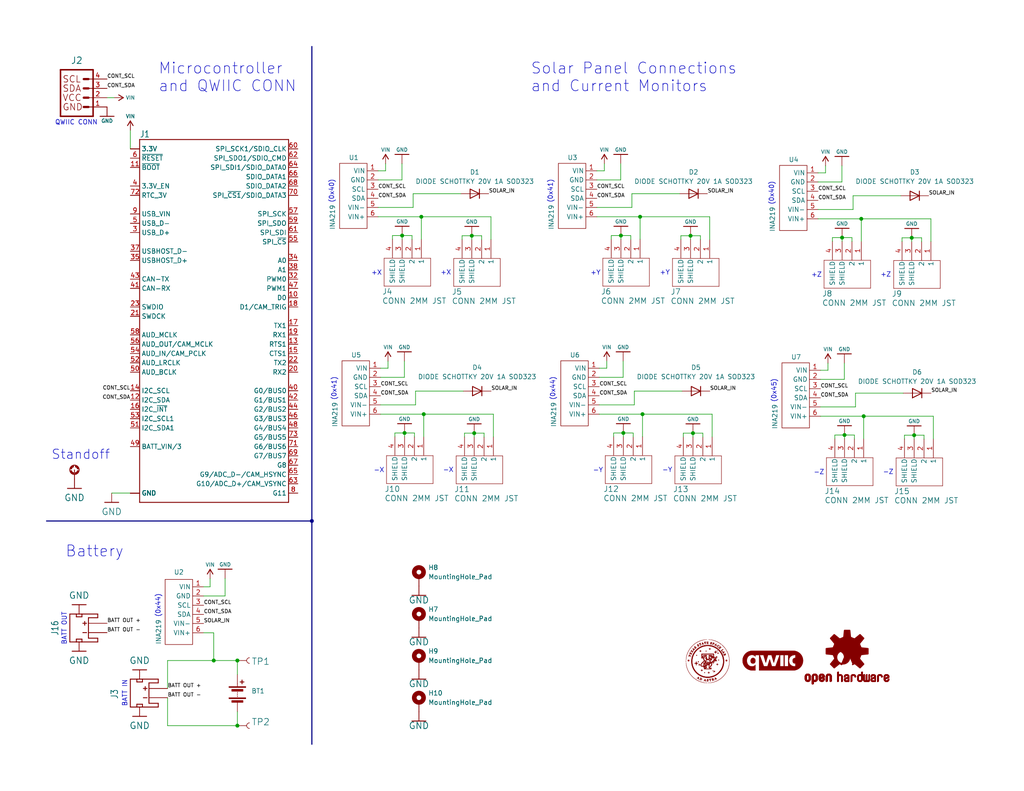
<source format=kicad_sch>
(kicad_sch (version 20250114) (generator "eeschema") (generator_version "9.0")
  (paper "USLetter")
  (title_block (title "MOSAIC Power Board") (date "2024-07-10") (rev "1.0") (company "Texas State Space Lab"))
  (lib_symbols
    (symbol "MOSAIC_Power_Board:GND" (power)
      (property "Value" "GND" (at 0 -0.254 0))
      (symbol "GND_1_0"
        (pin power_in line (at 0 2.54 270) (length 2.54) (name "GND") (number "1"))
      )
    )
    (symbol "MOSAIC_Power_Board:LOGO" (pin_names (offset 1.016)))
    (symbol "MOSAIC_Power_Board:OSHW-LOGOL")
    (symbol "MOSAIC_Power_Board:QWIIC_LOGO_8MM")
    (symbol "MOSAIC_Power_Board:VIN" (power)
      (property "Value" "VIN" (at 0 2.794 0))
      (symbol "VIN_1_0"
        (pin power_in line (at 0 0 90) (length 2.54) (name "VIN") (number "1"))
      )
    )
    (symbol "Mechanical:MountingHole_Pad" (pin_numbers (hide yes)) (pin_names (offset 1.016) (hide yes)) (in_bom no)
      (property "Reference" "H" (at 0 6.35 0))
      (property "Value" "MountingHole_Pad" (at 0 4.445 0))
      (symbol "MountingHole_Pad_1_1"
        (pin input line (at 0 -2.54 90) (length 2.54) (name "1") (number "1"))
      )
    )
    (symbol "main_board_symbols_V1.0:GND" (power)
      (property "Value" "GND" (at 0 -0.254 0))
      (symbol "GND_1_0"
        (pin power_in line (at 0 2.54 270) (length 2.54) (name "GND") (number "1"))
      )
    )
    (symbol "power_board_symbols_V1.0:B5817WS-TPMSTR-ND" (pin_numbers (hide yes)) (pin_names (hide yes))
      (property "Reference" "D" (at 0 2.54 0))
      (property "Value" "DIODE SCHOTTKY 20V 1A SOD323" (at 0 -10 0))
      (symbol "B5817WS-TPMSTR-ND_1_1"
        (pin passive line (at -3.81 0 0) (length 2.54) (name "K") (number "1"))
        (pin passive line (at 3.81 0 180) (length 2.54) (name "A") (number "2"))
      )
    )
    (symbol "power_board_symbols_V1.0:Battery" (pin_numbers (hide yes)) (pin_names (offset 0) (hide yes))
      (property "Reference" "BT" (at 2.54 2.54 0))
      (symbol "Battery_1_1"
        (pin passive line (at 0 5.08 270) (length 2.54) (name "+") (number "1"))
        (pin passive line (at 0 -5.08 90) (length 2.54) (name "-") (number "2"))
      )
    )
    (symbol "power_board_symbols_V1.0:CONN 2mm JST" (pin_names (offset 0.254))
      (property "Reference" "J4" (at 13.6144 -2.54 0))
      (property "Value" "CONN 2MM JST" (at 13.6144 -5.08 0))
      (symbol "CONN 2mm JST_1_1"
        (pin unspecified line (at -0.1016 0 0) (length 5.08) (name "1") (number "1"))
        (pin unspecified line (at -0.1016 -5.2324 0) (length 5.08) (name "SHIELD") (number "3"))
        (pin unspecified line (at -0.1016 -7.874 0) (length 5.08) (name "SHIELD") (number "4"))
        (pin unspecified line (at -0.0508 -2.54 0) (length 5.08) (name "2") (number "2"))
      )
      (symbol "CONN 2mm JST_1_2"
        (pin unspecified line (at 0 0 0) (length 5.08) (name "1") (number "1"))
        (pin unspecified line (at 0 -2.54 0) (length 5.08) (name "2") (number "2"))
        (pin unspecified line (at 0 -5.08 0) (length 5.08) (name "SHIELD") (number "3"))
        (pin unspecified line (at 0 -7.62 0) (length 5.08) (name "SHIELD") (number "4"))
      )
    )
    (symbol "power_board_symbols_V1.0:GND" (power)
      (property "Value" "GND" (at 0 -0.254 0))
      (symbol "GND_1_0"
        (pin power_in line (at 0 2.54 270) (length 2.54) (name "GND") (number "1"))
      )
    )
    (symbol "power_board_symbols_V1.0:INA219B_breakout_board"
      (property "Reference" "U1" (at 3.8608 1.5748 0))
      (property "Value" "~" (at -2.54 1.27 0))
      (symbol "INA219B_breakout_board_1_1"
        (pin input line (at 10.5156 -2.032 180) (length 3) (name "VIN") (number "1"))
        (pin passive line (at 10.5156 -4.5212 180) (length 3) (name "GND") (number "2"))
        (pin bidirectional line (at 10.5156 -7.0612 180) (length 3) (name "SCL") (number "3"))
        (pin bidirectional line (at 10.5156 -9.5504 180) (length 3) (name "SDA") (number "4"))
        (pin bidirectional line (at 10.5156 -12.0396 180) (length 3) (name "VIN-") (number "5"))
        (pin bidirectional line (at 10.5156 -14.5796 180) (length 3) (name "VIN+") (number "6"))
      )
    )
    (symbol "power_board_symbols_V1.0:JST_2MM_MALE"
      (property "Reference" "J" (at -2.54 5.842 0))
      (symbol "JST_2MM_MALE_1_0"
        (pin bidirectional line (at -2.54 2.54 90) (length 0) (name "PAD1") (number "NC1"))
        (pin bidirectional line (at 0 -5.08 90) (length 5.08) (name "-") (number "1"))
        (pin bidirectional line (at 2.54 -5.08 90) (length 5.08) (name "+") (number "2"))
        (pin bidirectional line (at 5.08 2.54 90) (length 0) (name "PAD2") (number "NC2"))
      )
    )
    (symbol "power_board_symbols_V1.0:MICROMOD-2222-C"
      (symbol "MICROMOD-2222-C_1_0"
        (pin bidirectional line (at -22.86 50.8 0) (length 2.54) (name "3.3V") (number "2"))
        (pin bidirectional line (at -22.86 50.8 0) (length 2.54) (name "3.3V") (number "74"))
        (pin bidirectional line (at -22.86 48.26 0) (length 2.54) (name "~{RESET}") (number "6"))
        (pin bidirectional line (at -22.86 45.72 0) (length 2.54) (name "~{BOOT}") (number "11"))
        (pin bidirectional line (at -22.86 40.64 0) (length 2.54) (name "3.3V_EN") (number "4"))
        (pin bidirectional line (at -22.86 38.1 0) (length 2.54) (name "RTC_3V") (number "72"))
        (pin bidirectional line (at -22.86 33.02 0) (length 2.54) (name "USB_VIN") (number "9"))
        (pin bidirectional line (at -22.86 30.48 0) (length 2.54) (name "USB_D-") (number "5"))
        (pin bidirectional line (at -22.86 27.94 0) (length 2.54) (name "USB_D+") (number "3"))
        (pin bidirectional line (at -22.86 22.86 0) (length 2.54) (name "USBHOST_D-") (number "37"))
        (pin bidirectional line (at -22.86 20.32 0) (length 2.54) (name "USBHOST_D+") (number "35"))
        (pin bidirectional line (at -22.86 15.24 0) (length 2.54) (name "CAN-TX") (number "43"))
        (pin bidirectional line (at -22.86 12.7 0) (length 2.54) (name "CAN-RX") (number "41"))
        (pin bidirectional line (at -22.86 7.62 0) (length 2.54) (name "SWDIO") (number "23"))
        (pin bidirectional line (at -22.86 5.08 0) (length 2.54) (name "SWDCK") (number "21"))
        (pin bidirectional line (at -22.86 0 0) (length 2.54) (name "AUD_MCLK") (number "58"))
        (pin bidirectional line (at -22.86 -2.54 0) (length 2.54) (name "AUD_OUT/CAM_MCLK") (number "56"))
        (pin bidirectional line (at -22.86 -5.08 0) (length 2.54) (name "AUD_IN/CAM_PCLK") (number "54"))
        (pin bidirectional line (at -22.86 -7.62 0) (length 2.54) (name "AUD_LRCLK") (number "52"))
        (pin bidirectional line (at -22.86 -10.16 0) (length 2.54) (name "AUD_BCLK") (number "50"))
        (pin bidirectional line (at -22.86 -15.24 0) (length 2.54) (name "I2C_SCL") (number "14"))
        (pin bidirectional line (at -22.86 -17.78 0) (length 2.54) (name "I2C_SDA") (number "12"))
        (pin bidirectional line (at -22.86 -20.32 0) (length 2.54) (name "I2C_~{INT}") (number "16"))
        (pin bidirectional line (at -22.86 -22.86 0) (length 2.54) (name "I2C_SCL1") (number "53"))
        (pin bidirectional line (at -22.86 -25.4 0) (length 2.54) (name "I2C_SDA1") (number "51"))
        (pin bidirectional line (at -22.86 -30.48 0) (length 2.54) (name "BATT_VIN/3") (number "49"))
        (pin bidirectional line (at -22.86 -43.18 0) (length 2.54) (name "GND") (number "1"))
        (pin bidirectional line (at -22.86 -43.18 0) (length 2.54) (name "GND") (number "33"))
        (pin bidirectional line (at -22.86 -43.18 0) (length 2.54) (name "GND") (number "36"))
        (pin bidirectional line (at -22.86 -43.18 0) (length 2.54) (name "GND") (number "39"))
        (pin bidirectional line (at -22.86 -43.18 0) (length 2.54) (name "GND") (number "45"))
        (pin bidirectional line (at -22.86 -43.18 0) (length 2.54) (name "GND") (number "7"))
        (pin bidirectional line (at -22.86 -43.18 0) (length 2.54) (name "GND") (number "75"))
        (pin bidirectional line (at 22.86 50.8 180) (length 2.54) (name "SPI_SCK1/SDIO_CLK") (number "60"))
        (pin bidirectional line (at 22.86 48.26 180) (length 2.54) (name "SPI_SDO1/SDIO_CMD") (number "62"))
        (pin bidirectional line (at 22.86 45.72 180) (length 2.54) (name "SPI_SDI1/SDIO_DATA0") (number "64"))
        (pin bidirectional line (at 22.86 43.18 180) (length 2.54) (name "SDIO_DATA1") (number "66"))
        (pin bidirectional line (at 22.86 40.64 180) (length 2.54) (name "SDIO_DATA2") (number "68"))
        (pin bidirectional line (at 22.86 38.1 180) (length 2.54) (name "SPI_~{CS1}/SDIO_DATA3") (number "70"))
        (pin bidirectional line (at 22.86 33.02 180) (length 2.54) (name "SPI_SCK") (number "57"))
        (pin bidirectional line (at 22.86 30.48 180) (length 2.54) (name "SPI_SDO") (number "59"))
        (pin bidirectional line (at 22.86 27.94 180) (length 2.54) (name "SPI_SDI") (number "61"))
        (pin bidirectional line (at 22.86 25.4 180) (length 2.54) (name "SPI_~{CS}") (number "55"))
        (pin bidirectional line (at 22.86 20.32 180) (length 2.54) (name "A0") (number "34"))
        (pin bidirectional line (at 22.86 17.78 180) (length 2.54) (name "A1") (number "38"))
        (pin bidirectional line (at 22.86 15.24 180) (length 2.54) (name "PWM0") (number "32"))
        (pin bidirectional line (at 22.86 12.7 180) (length 2.54) (name "PWM1") (number "47"))
        (pin bidirectional line (at 22.86 10.16 180) (length 2.54) (name "D0") (number "10"))
        (pin bidirectional line (at 22.86 7.62 180) (length 2.54) (name "D1/CAM_TRIG") (number "18"))
        (pin bidirectional line (at 22.86 2.54 180) (length 2.54) (name "TX1") (number "17"))
        (pin bidirectional line (at 22.86 0 180) (length 2.54) (name "RX1") (number "19"))
        (pin bidirectional line (at 22.86 -2.54 180) (length 2.54) (name "RTS1") (number "13"))
        (pin bidirectional line (at 22.86 -5.08 180) (length 2.54) (name "CTS1") (number "15"))
        (pin bidirectional line (at 22.86 -7.62 180) (length 2.54) (name "TX2") (number "22"))
        (pin bidirectional line (at 22.86 -10.16 180) (length 2.54) (name "RX2") (number "20"))
        (pin bidirectional line (at 22.86 -15.24 180) (length 2.54) (name "G0/BUS0") (number "40"))
        (pin bidirectional line (at 22.86 -17.78 180) (length 2.54) (name "G1/BUS1") (number "42"))
        (pin bidirectional line (at 22.86 -20.32 180) (length 2.54) (name "G2/BUS2") (number "44"))
        (pin bidirectional line (at 22.86 -22.86 180) (length 2.54) (name "G3/BUS3") (number "46"))
        (pin bidirectional line (at 22.86 -25.4 180) (length 2.54) (name "G4/BUS4") (number "48"))
        (pin bidirectional line (at 22.86 -27.94 180) (length 2.54) (name "G5/BUS5") (number "73"))
        (pin bidirectional line (at 22.86 -30.48 180) (length 2.54) (name "G6/BUS6") (number "71"))
        (pin bidirectional line (at 22.86 -33.02 180) (length 2.54) (name "G7/BUS7") (number "69"))
        (pin bidirectional line (at 22.86 -35.56 180) (length 2.54) (name "G8") (number "67"))
        (pin bidirectional line (at 22.86 -38.1 180) (length 2.54) (name "G9/ADC_D-/CAM_HSYNC") (number "65"))
        (pin bidirectional line (at 22.86 -40.64 180) (length 2.54) (name "G10/ADC_D+/CAM_VSYNC") (number "63"))
        (pin bidirectional line (at 22.86 -43.18 180) (length 2.54) (name "G11") (number "8"))
      )
    )
    (symbol "power_board_symbols_V1.0:QWIIC_CONNECTOR"
      (property "Reference" "J" (at -5.08 7.874 0))
      (symbol "QWIIC_CONNECTOR_1_0"
        (text "SCL" (at -4.572 5.08 0) (effects (font (size 1.778 1.778)) (justify left)))
        (text "SDA" (at -4.572 2.54 0) (effects (font (size 1.778 1.778)) (justify left)))
        (text "VCC" (at -4.572 0 0) (effects (font (size 1.778 1.778)) (justify left)))
        (text "GND" (at -4.572 -2.54 0) (effects (font (size 1.778 1.778)) (justify left)))
        (pin passive line (at 7.62 5.08 180) (length 5.08) (name "4") (number "4"))
        (pin passive line (at 7.62 2.54 180) (length 5.08) (name "3") (number "3"))
        (pin power_in line (at 7.62 0 180) (length 5.08) (name "2") (number "2"))
        (pin power_in line (at 7.62 -2.54 180) (length 5.08) (name "1") (number "1"))
      )
    )
    (symbol "power_board_symbols_V1.0:STAND-OFF-REFLOW-M2.5_2.5MM_TALL"
      (symbol "STAND-OFF-REFLOW-M2.5_2.5MM_TALL_1_0"
        (pin bidirectional line (at 0 -2.54 90) (length 2.54) (name "1") (number "1"))
      )
    )
    (symbol "power_board_symbols_V1.0:TEST-POINT3X5"
      (symbol "TEST-POINT3X5_1_0"
        (pin bidirectional line (at 0 0 180) (length 0) (name "1") (number "1"))
      )
    )
  )
  (text "-X" (at 123.7996 129.1844 0) (effects (font (size 1.27 1.27)) (justify right bottom)))
  (text "(0x41)" (at 91.8972 109.474 90) (effects (font (size 1.27 1.27)) (justify left bottom)))
  (text "+X" (at 123.1392 75.2856 0) (effects (font (size 1.27 1.27)) (justify right bottom)))
  (text "+Y" (at 182.8292 75.2856 0) (effects (font (size 1.27 1.27)) (justify right bottom)))
  (text "-X" (at 104.902 129.2352 0) (effects (font (size 1.27 1.27)) (justify right bottom)))
  (text "(0x44)" (at 151.5872 109.474 90) (effects (font (size 1.27 1.27)) (justify left bottom)))
  (text "QWIIC CONN" (at 26.67 34.29 0) (effects (font (size 1.27 1.27)) (justify right bottom)))
  (text "-Y" (at 164.592 129.2352 0) (effects (font (size 1.27 1.27)) (justify right bottom)))
  (text "(0x40)" (at 91.2368 55.5752 90) (effects (font (size 1.27 1.27)) (justify left bottom)))
  (text "+Y" (at 163.9316 75.3364 0) (effects (font (size 1.27 1.27)) (justify right bottom)))
  (text "-Z" (at 224.9424 129.794 0) (effects (font (size 1.27 1.27)) (justify right bottom)))
  (text "Microcontroller\nand QWIIC CONN" (at 43.18 25.4 0) (effects (font (size 3 3)) (justify left bottom)))
  (text "-Y" (at 183.4896 129.1844 0) (effects (font (size 1.27 1.27)) (justify right bottom)))
  (text "Solar Panel Connections\nand Current Monitors" (at 144.78 25.4 0) (effects (font (size 3 3)) (justify left bottom)))
  (text "+Z" (at 243.1796 75.8444 0) (effects (font (size 1.27 1.27)) (justify right bottom)))
  (text "-Z" (at 243.84 129.7432 0) (effects (font (size 1.27 1.27)) (justify right bottom)))
  (text "+X" (at 104.2416 75.3364 0) (effects (font (size 1.27 1.27)) (justify right bottom)))
  (text "(0x45)" (at 211.9376 110.0328 90) (effects (font (size 1.27 1.27)) (justify left bottom)))
  (text "(0x41)" (at 150.9268 55.5752 90) (effects (font (size 1.27 1.27)) (justify left bottom)))
  (text "(0x40)" (at 211.2772 56.134 90) (effects (font (size 1.27 1.27)) (justify left bottom)))
  (text "Battery" (at 17.78 152.4 0) (effects (font (size 3 3)) (justify left bottom)))
  (text "BATT OUT" (at 18.288 167.132 90) (effects (font (size 1.27 1.27)) (justify right bottom)))
  (text "(0x44)" (at 43.8912 168.7068 90) (effects (font (size 1.27 1.27)) (justify left bottom)))
  (text "BATT IN" (at 34.798 185.674 90) (effects (font (size 1.27 1.27)) (justify right bottom)))
  (text "+Z" (at 224.282 75.8952 0) (effects (font (size 1.27 1.27)) (justify right bottom)))
  (text "Standoff" (at 13.97 125.73 0) (effects (font (size 2.54 2.54)) (justify left bottom)))
  (junction (at 229.7684 64.8716))
  (junction (at 248.7676 64.9224))
  (junction (at 249.428 118.8212))
  (junction (at 188.4172 64.3636))
  (junction (at 129.3876 118.2624))
  (junction (at 189.0776 118.2624))
  (junction (at 174.6504 59.182))
  (junction (at 115.6208 113.0808))
  (junction (at 230.4288 118.7704))
  (junction (at 64.77 180.34))
  (junction (at 114.9604 59.182))
  (junction (at 235.0008 59.7408))
  (junction (at 170.0784 118.2116))
  (junction (at 175.3108 113.0808))
  (junction (at 235.6612 113.6396))
  (junction (at 110.3884 118.2116))
  (junction (at 85.09 142.24))
  (junction (at 169.418 64.3128))
  (junction (at 58.3184 180.34))
  (junction (at 109.728 64.3128))
  (junction (at 128.7272 64.3636))
  (junction (at 64.77 198.12))
  (wire (pts (xy 105.2068 44.704) (xy 105.2068 46.6344)))
  (wire (pts (xy 235.6612 113.6396) (xy 254.6604 113.6396)))
  (wire (pts (xy 189.0776 118.2624) (xy 189.0776 119.2784)))
  (wire (pts (xy 254.6604 113.6396) (xy 254.6604 119.8372)))
  (wire (pts (xy 169.418 64.3128) (xy 169.418 65.3288)))
  (wire (pts (xy 133.9596 59.182) (xy 133.9596 65.3796)))
  (wire (pts (xy 186.436 118.2624) (xy 189.0776 118.2624)))
  (wire (pts (xy 45.72 180.34) (xy 58.3184 180.34)))
  (wire (pts (xy 103.1748 46.6344) (xy 105.2068 46.6344)))
  (wire (pts (xy 172.4152 52.8828) (xy 185.42 52.8828)))
  (wire (pts (xy 175.3108 113.0808) (xy 194.31 113.0808)))
  (wire (pts (xy 191.1096 64.3636) (xy 191.1096 65.4304)))
  (wire (pts (xy 30.48 134.62) (xy 35.56 134.62)))
  (wire (pts (xy 115.6208 113.0808) (xy 134.62 113.0808)))
  (wire (pts (xy 227.7872 119.7864) (xy 227.7872 118.7704)))
  (wire (pts (xy 232.7656 53.4416) (xy 245.7704 53.4416)))
  (wire (pts (xy 173.0756 106.7816) (xy 186.0804 106.7816)))
  (wire (pts (xy 112.7252 56.642) (xy 112.7252 52.8828)))
  (wire (pts (xy 189.0776 118.2624) (xy 191.77 118.2624)))
  (wire (pts (xy 194.31 113.0808) (xy 194.31 119.2784)))
  (wire (pts (xy 230.378 99.1616) (xy 230.378 103.5812)))
  (wire (pts (xy 223.2152 57.2008) (xy 232.7656 57.2008)))
  (wire (pts (xy 188.4172 64.3636) (xy 188.4172 65.3796)))
  (wire (pts (xy 163.5252 110.5408) (xy 173.0756 110.5408)))
  (wire (pts (xy 170.0276 103.0224) (xy 163.5252 103.0224)))
  (wire (pts (xy 252.1204 118.8212) (xy 252.1204 119.888)))
  (wire (pts (xy 107.7468 118.2116) (xy 110.3884 118.2116)))
  (wire (pts (xy 110.3376 98.6028) (xy 110.3376 103.0224)))
  (wire (pts (xy 188.4172 64.3636) (xy 191.1096 64.3636)))
  (wire (pts (xy 232.7656 57.2008) (xy 232.7656 53.4416)))
  (wire (pts (xy 248.7676 64.9224) (xy 251.46 64.9224)))
  (wire (pts (xy 112.4204 64.3128) (xy 112.4204 65.3796)))
  (wire (pts (xy 225.2472 45.2628) (xy 225.2472 47.1932)))
  (wire (pts (xy 191.77 118.2624) (xy 191.77 119.3292)))
  (wire (pts (xy 45.72 187.96) (xy 45.72 180.34)))
  (wire (pts (xy 169.3672 44.704) (xy 169.3672 49.1236)))
  (wire (pts (xy 170.0784 118.2116) (xy 172.7708 118.2116)))
  (wire (pts (xy 126.0856 64.3636) (xy 128.7272 64.3636)))
  (wire (pts (xy 246.7864 119.8372) (xy 246.7864 118.8212)))
  (wire (pts (xy 109.728 64.3128) (xy 109.728 65.3288)))
  (wire (pts (xy 235.0008 59.7408) (xy 254 59.7408)))
  (wire (pts (xy 113.0808 118.2116) (xy 113.0808 119.2784)))
  (wire (pts (xy 229.7176 49.6824) (xy 223.2152 49.6824)))
  (wire (pts (xy 126.746 119.2784) (xy 126.746 118.2624)))
  (wire (pts (xy 112.7252 52.8828) (xy 125.73 52.8828)))
  (wire (pts (xy 172.4152 56.642) (xy 172.4152 52.8828)))
  (wire (pts (xy 132.08 118.2624) (xy 132.08 119.3292)))
  (wire (pts (xy 113.3856 110.5408) (xy 113.3856 106.7816)))
  (wire (pts (xy 128.7272 64.3636) (xy 131.4196 64.3636)))
  (wire (pts (xy 61.4172 157.9372) (xy 61.4172 162.7124)))
  (wire (pts (xy 109.6772 49.1236) (xy 103.1748 49.1236)))
  (wire (pts (xy 223.8756 111.0996) (xy 233.426 111.0996)))
  (wire (pts (xy 131.4196 64.3636) (xy 131.4196 65.4304)))
  (wire (pts (xy 103.1748 59.182) (xy 114.9604 59.182)))
  (wire (pts (xy 229.7684 64.8716) (xy 229.7684 65.8876)))
  (wire (pts (xy 57.3259 160.2232) (xy 57.3259 157.988)))
  (wire (pts (xy 64.77 194.31) (xy 64.77 198.12)))
  (wire (pts (xy 164.8968 44.704) (xy 164.8968 46.6344)))
  (wire (pts (xy 251.46 64.9224) (xy 251.46 65.9892)))
  (wire (pts (xy 126.0856 65.3796) (xy 126.0856 64.3636)))
  (wire (pts (xy 173.0756 110.5408) (xy 173.0756 106.7816)))
  (wire (pts (xy 167.4368 118.2116) (xy 170.0784 118.2116)))
  (wire (pts (xy 174.6504 59.182) (xy 174.6504 65.3288)))
  (wire (pts (xy 227.7872 118.7704) (xy 230.4288 118.7704)))
  (wire (pts (xy 107.7468 119.2276) (xy 107.7468 118.2116)))
  (wire (pts (xy 55.5752 160.2232) (xy 57.3259 160.2232)))
  (wire (pts (xy 103.8352 100.5332) (xy 105.8672 100.5332)))
  (wire (pts (xy 170.0784 118.2116) (xy 170.0784 119.2276)))
  (wire (pts (xy 186.436 119.2784) (xy 186.436 118.2624)))
  (wire (pts (xy 58.3184 180.34) (xy 64.77 180.34)))
  (wire (pts (xy 246.7864 118.8212) (xy 249.428 118.8212)))
  (wire (pts (xy 166.7764 64.3128) (xy 169.418 64.3128)))
  (wire (pts (xy 223.2152 59.7408) (xy 235.0008 59.7408)))
  (wire (pts (xy 246.126 64.9224) (xy 248.7676 64.9224)))
  (wire (pts (xy 128.7272 64.3636) (xy 128.7272 65.3796)))
  (wire (pts (xy 29.21 26.67) (xy 31.115 26.67)))
  (wire (pts (xy 169.3672 49.1236) (xy 162.8648 49.1236)))
  (bus (pts (xy 85.09 12.7) (xy 85.09 142.24)))
  (wire (pts (xy 107.0864 65.3288) (xy 107.0864 64.3128)))
  (wire (pts (xy 248.7676 64.9224) (xy 248.7676 65.9384)))
  (wire (pts (xy 254 59.7408) (xy 254 65.9384)))
  (wire (pts (xy 109.728 64.3128) (xy 112.4204 64.3128)))
  (bus (pts (xy 85.09 142.24) (xy 85.09 203.2)))
  (wire (pts (xy 246.126 65.9384) (xy 246.126 64.9224)))
  (wire (pts (xy 232.4608 64.8716) (xy 232.4608 65.9384)))
  (wire (pts (xy 165.5572 98.6028) (xy 165.5572 100.5332)))
  (wire (pts (xy 163.5252 100.5332) (xy 165.5572 100.5332)))
  (wire (pts (xy 249.428 118.8212) (xy 249.428 119.8372)))
  (wire (pts (xy 162.8648 56.642) (xy 172.4152 56.642)))
  (wire (pts (xy 163.5252 113.0808) (xy 175.3108 113.0808)))
  (wire (pts (xy 233.1212 118.7704) (xy 233.1212 119.8372)))
  (wire (pts (xy 162.8648 46.6344) (xy 164.8968 46.6344)))
  (wire (pts (xy 223.8756 113.6396) (xy 235.6612 113.6396)))
  (wire (pts (xy 109.6772 44.704) (xy 109.6772 49.1236)))
  (wire (pts (xy 58.3184 172.7708) (xy 58.3184 180.34)))
  (wire (pts (xy 45.72 190.5) (xy 45.72 198.12)))
  (wire (pts (xy 227.1268 64.8716) (xy 229.7684 64.8716)))
  (wire (pts (xy 113.3856 106.7816) (xy 126.3904 106.7816)))
  (wire (pts (xy 103.8352 113.0808) (xy 115.6208 113.0808)))
  (wire (pts (xy 115.6208 113.0808) (xy 115.6208 119.2276)))
  (bus (pts (xy 12.7 142.24) (xy 85.09 142.24)))
  (wire (pts (xy 45.72 198.12) (xy 64.77 198.12)))
  (wire (pts (xy 114.9604 59.182) (xy 133.9596 59.182)))
  (wire (pts (xy 134.62 113.0808) (xy 134.62 119.2784)))
  (wire (pts (xy 103.1748 56.642) (xy 112.7252 56.642)))
  (wire (pts (xy 249.428 118.8212) (xy 252.1204 118.8212)))
  (wire (pts (xy 61.4172 162.7124) (xy 55.5752 162.7124)))
  (wire (pts (xy 230.4288 118.7704) (xy 233.1212 118.7704)))
  (wire (pts (xy 229.7176 45.2628) (xy 229.7176 49.6824)))
  (wire (pts (xy 64.77 180.34) (xy 64.77 184.15)))
  (wire (pts (xy 229.7684 64.8716) (xy 232.4608 64.8716)))
  (wire (pts (xy 169.418 64.3128) (xy 172.1104 64.3128)))
  (wire (pts (xy 103.8352 110.5408) (xy 113.3856 110.5408)))
  (wire (pts (xy 162.8648 59.182) (xy 174.6504 59.182)))
  (wire (pts (xy 193.6496 59.182) (xy 193.6496 65.3796)))
  (wire (pts (xy 235.6612 113.6396) (xy 235.6612 119.7864)))
  (wire (pts (xy 172.7708 118.2116) (xy 172.7708 119.2784)))
  (wire (pts (xy 230.4288 118.7704) (xy 230.4288 119.7864)))
  (wire (pts (xy 223.2152 47.1932) (xy 225.2472 47.1932)))
  (wire (pts (xy 105.8672 98.6028) (xy 105.8672 100.5332)))
  (wire (pts (xy 233.426 111.0996) (xy 233.426 107.3404)))
  (wire (pts (xy 230.378 103.5812) (xy 223.8756 103.5812)))
  (wire (pts (xy 235.0008 59.7408) (xy 235.0008 65.8876)))
  (wire (pts (xy 55.5752 172.7708) (xy 58.3184 172.7708)))
  (wire (pts (xy 185.7756 65.3796) (xy 185.7756 64.3636)))
  (wire (pts (xy 170.0276 98.6028) (xy 170.0276 103.0224)))
  (wire (pts (xy 233.426 107.3404) (xy 246.4308 107.3404)))
  (wire (pts (xy 166.7764 65.3288) (xy 166.7764 64.3128)))
  (wire (pts (xy 174.6504 59.182) (xy 193.6496 59.182)))
  (wire (pts (xy 175.3108 113.0808) (xy 175.3108 119.2276)))
  (wire (pts (xy 185.7756 64.3636) (xy 188.4172 64.3636)))
  (wire (pts (xy 223.8756 101.092) (xy 225.9076 101.092)))
  (wire (pts (xy 129.3876 118.2624) (xy 129.3876 119.2784)))
  (wire (pts (xy 225.9076 99.1616) (xy 225.9076 101.092)))
  (wire (pts (xy 129.3876 118.2624) (xy 132.08 118.2624)))
  (wire (pts (xy 172.1104 64.3128) (xy 172.1104 65.3796)))
  (wire (pts (xy 107.0864 64.3128) (xy 109.728 64.3128)))
  (wire (pts (xy 227.1268 65.8876) (xy 227.1268 64.8716)))
  (wire (pts (xy 35.56 35.56) (xy 35.56 40.64)))
  (wire (pts (xy 110.3376 103.0224) (xy 103.8352 103.0224)))
  (wire (pts (xy 167.4368 119.2276) (xy 167.4368 118.2116)))
  (wire (pts (xy 126.746 118.2624) (xy 129.3876 118.2624)))
  (wire (pts (xy 110.3884 118.2116) (xy 113.0808 118.2116)))
  (wire (pts (xy 114.9604 59.182) (xy 114.9604 65.3288)))
  (wire (pts (xy 110.3884 118.2116) (xy 110.3884 119.2276)))
  (label "SOLAR_IN" (at 133.35 52.8828 0) (effects (font (size 1 1))))
  (label "CONT_SDA" (at 103.8352 108.0516 0) (effects (font (size 1 1))))
  (label "CONT_SDA" (at 55.5752 167.7416 0) (effects (font (size 1 1))))
  (label "BATT OUT +" (at 45.72 187.96 0) (effects (font (size 1 1))))
  (label "CONT_SDA" (at 103.1748 54.1528 0) (effects (font (size 1 1))))
  (label "CONT_SDA" (at 223.8756 108.6104 0) (effects (font (size 1 1))))
  (label "CONT_SDA" (at 223.2152 54.7116 0) (effects (font (size 1 1))))
  (label "CONT_SCL" (at 35.56 106.68 180) (effects (font (size 1 1))))
  (label "CONT_SCL" (at 223.8756 106.1212 0) (effects (font (size 1 1))))
  (label "CONT_SCL" (at 29.21 21.59 0) (effects (font (size 1 1))))
  (label "CONT_SDA" (at 163.5252 108.0516 0) (effects (font (size 1 1))))
  (label "CONT_SCL" (at 55.5752 165.2524 0) (effects (font (size 1 1))))
  (label "CONT_SCL" (at 163.5252 105.5624 0) (effects (font (size 1 1))))
  (label "BATT OUT +" (at 29.21 170.18 0) (effects (font (size 1 1))))
  (label "BATT OUT -" (at 45.72 190.5 0) (effects (font (size 1 1))))
  (label "SOLAR_IN" (at 193.04 52.8828 0) (effects (font (size 1 1))))
  (label "CONT_SDA" (at 35.56 109.22 180) (effects (font (size 1 1))))
  (label "SOLAR_IN" (at 193.7004 106.7816 0) (effects (font (size 1 1))))
  (label "CONT_SCL" (at 223.2152 52.2224 0) (effects (font (size 1 1))))
  (label "BATT OUT -" (at 29.21 172.72 0) (effects (font (size 1 1))))
  (label "CONT_SCL" (at 162.8648 51.6636 0) (effects (font (size 1 1))))
  (label "CONT_SCL" (at 103.8352 105.5624 0) (effects (font (size 1 1))))
  (label "CONT_SDA" (at 162.8648 54.1528 0) (effects (font (size 1 1))))
  (label "SOLAR_IN" (at 55.5752 170.2308 0) (effects (font (size 1 1))))
  (label "SOLAR_IN" (at 134.0104 106.7816 0) (effects (font (size 1 1))))
  (label "SOLAR_IN" (at 253.3904 53.4416 0) (effects (font (size 1 1))))
  (label "SOLAR_IN" (at 254.0508 107.3404 0) (effects (font (size 1 1))))
  (label "CONT_SCL" (at 103.1748 51.6636 0) (effects (font (size 1 1))))
  (label "CONT_SDA" (at 29.21 24.13 0) (effects (font (size 1 1))))
  (symbol (lib_id "MOSAIC_Power_Board:QWIIC_LOGO_8MM") (at 210.82 180.34 0) (unit 1)
    (property "Reference" "LOGO2" (effects (hide yes)))
    (property "Footprint" "SparkFun_Main_Board_Double_v22:QWIIC_8MM" (effects (hide yes)))
  )
  (symbol (lib_id "power_board_symbols_V1.0:B5817WS-TPMSTR-ND") (at 189.8904 106.7816 180) (unit 1)
    (property "Reference" "D5" (at 189.8904 100.33 0))
    (property "Value" "DIODE SCHOTTKY 20V 1A SOD323" (at 189.8904 102.87 0))
    (property "Footprint" "Diode_SMD:D_SOD-323" (effects (hide yes)))
    (property "Datasheet" "https://jlcpcb.com/api/file/downloadByFileSystemAccessId/8588906703600930816" (effects (hide yes)))
    (property "Description" "https://jlcpcb.com/partdetail/433228-B5817WSTP/C435857" (effects (hide yes)))
    (property "JLCPCB Part #" "C435857" (effects (hide yes)))
  )
  (symbol (lib_id "power_board_symbols_V1.0:CONN 2mm JST") (at 114.9604 65.4304 270) (unit 1)
    (property "Reference" "J4" (at 104.2416 79.6036 90) (effects (font (size 1.524 1.524)) (justify left)))
    (property "Value" "CONN 2MM JST" (at 104.2416 82.1436 90) (effects (font (size 1.524 1.524)) (justify left)))
    (property "Footprint" "power_board_footprints_V1.0:CONN_S2B-PH-SM4-TB_JST" (effects (hide yes)))
    (property "Datasheet" "https://jlcpcb.com/api/file/downloadByFileSystemAccessId/8587740317575483392" (effects (hide yes)))
    (property "Description" "https://jlcpcb.com/partdetail/Jst-S2B_PH_SM4_TB_LF_SN/C295747" (effects (hide yes)))
    (property "JLCPCB Part #" "C295747" (effects (hide yes)))
  )
  (symbol (lib_id "power_board_symbols_V1.0:QWIIC_CONNECTOR") (at 21.59 26.67 0) (unit 1)
    (property "Reference" "J2" (at 20.955 16.51 0) (effects (font (size 1.778 1.778))))
    (property "Value" "CONN_QWIIC" (effects (hide yes)))
    (property "Footprint" "power_board_footprints_V1.0:JST04_1MM_RA" (effects (hide yes)))
    (property "Datasheet" "https://jlcpcb.com/api/file/downloadByFileSystemAccessId/8588895674171052032" (effects (hide yes)))
    (property "Description" "https://jlcpcb.com/partdetail/C145956" (effects (hide yes)))
    (property "JLCPCB Part #" "C145956" (effects (hide yes)))
  )
  (symbol (lib_id "power_board_symbols_V1.0:B5817WS-TPMSTR-ND") (at 130.2004 106.7816 180) (unit 1)
    (property "Reference" "D4" (at 130.2004 100.33 0))
    (property "Value" "DIODE SCHOTTKY 20V 1A SOD323" (at 130.2004 102.87 0))
    (property "Footprint" "Diode_SMD:D_SOD-323" (effects (hide yes)))
    (property "Datasheet" "https://jlcpcb.com/api/file/downloadByFileSystemAccessId/8588906703600930816" (effects (hide yes)))
    (property "Description" "https://jlcpcb.com/partdetail/433228-B5817WSTP/C435857" (effects (hide yes)))
    (property "JLCPCB Part #" "C435857" (effects (hide yes)))
  )
  (symbol (lib_id "power_board_symbols_V1.0:JST_2MM_MALE") (at 24.13 172.72 90) (unit 1)
    (property "Reference" "J16" (at 14.986 171.45 0) (effects (font (size 1.778 1.5113))))
    (property "Value" "CONN_JST_BATT" (effects (hide yes)))
    (property "Footprint" "power_board_footprints_V1.0:JST-2-SMD" (effects (hide yes)))
    (property "Datasheet" "https://www.sparkfun.com/datasheets/Prototyping/Connectors/JST-Horizontal.pdf" (effects (hide yes)))
    (property "Source" "https://www.mouser.com/ProductDetail/485-1769" (effects (hide yes)))
  )
  (symbol (lib_id "MOSAIC_Power_Board:VIN") (at 105.8672 98.6028 0) (unit 1)
    (property "Reference" "#SUPPLY07" (effects (hide yes)))
    (property "Value" "VIN" (at 104.5972 94.7928 0) (effects (font (size 1 1)) (justify left)))
  )
  (symbol (lib_id "power_board_symbols_V1.0:B5817WS-TPMSTR-ND") (at 250.2408 107.3404 180) (unit 1)
    (property "Reference" "D6" (at 250.2408 101.6 0))
    (property "Value" "DIODE SCHOTTKY 20V 1A SOD323" (at 250.2408 104.14 0))
    (property "Footprint" "Diode_SMD:D_SOD-323" (effects (hide yes)))
    (property "Datasheet" "https://jlcpcb.com/api/file/downloadByFileSystemAccessId/8588906703600930816" (effects (hide yes)))
    (property "Description" "https://jlcpcb.com/partdetail/433228-B5817WSTP/C435857" (effects (hide yes)))
    (property "JLCPCB Part #" "C435857" (effects (hide yes)))
  )
  (symbol (lib_id "power_board_symbols_V1.0:INA219B_breakout_board") (at 45.0596 158.1912 0) (unit 1)
    (property "Reference" "U2" (at 48.8096 156.21 0))
    (property "Value" "INA219" (at 43.2816 172.5168 90))
    (property "Footprint" "power_board_footprints_V1.0:INA219 Breakout" (effects (hide yes)))
    (property "Datasheet" "https://learn.adafruit.com/adafruit-ina219-current-sensor-breakout/downloads" (effects (hide yes)))
    (property "Source" "https://www.digikey.com/en/products/detail/adafruit-industries-llc/904/5353628" (effects (hide yes)))
  )
  (symbol (lib_id "MOSAIC_Power_Board:VIN") (at 165.5572 98.6028 0) (unit 1)
    (property "Reference" "#SUPPLY08" (effects (hide yes)))
    (property "Value" "VIN" (at 164.2872 94.7928 0) (effects (font (size 1 1)) (justify left)))
  )
  (symbol (lib_id "power_board_symbols_V1.0:INA219B_breakout_board") (at 92.6592 44.6024 0) (unit 1)
    (property "Reference" "U1" (at 96.52 43.0276 0))
    (property "Value" "INA219" (at 90.7288 59.2836 90))
    (property "Footprint" "power_board_footprints_V1.0:INA219 Breakout" (effects (hide yes)))
    (property "Datasheet" "https://learn.adafruit.com/adafruit-ina219-current-sensor-breakout/downloads" (effects (hide yes)))
    (property "Source" "https://www.digikey.com/en/products/detail/adafruit-industries-llc/904/5353628" (effects (hide yes)))
  )
  (symbol (lib_id "power_board_symbols_V1.0:MICROMOD-2222-C") (at 58.42 91.44 0) (unit 1)
    (property "Reference" "J1" (at 38.1 37.592 0) (effects (font (size 1.778 1.5113)) (justify left bottom)))
    (property "Value" "CONN E" (effects (hide yes)))
    (property "Footprint" "power_board_footprints_V1.0:M.2-CONNECTOR-E" (effects (hide yes)))
    (property "Datasheet" "https://jlcpcb.com/api/file/downloadByFileSystemAccessId/8589042003489263616" (effects (hide yes)))
    (property "Description" "https://jlcpcb.com/partdetail/TeConnectivity-21992304/C2977809" (effects (hide yes)))
    (property "JLCPCB Part #" "C2977809" (effects (hide yes)))
  )
  (symbol (lib_id "MOSAIC_Power_Board:GND") (at 109.728 61.7728 180) (unit 1)
    (property "Reference" "#GND05" (effects (hide yes)))
    (property "Value" "GND" (at 109.728 60.5028 0) (effects (font (size 1 1))))
  )
  (symbol (lib_id "MOSAIC_Power_Board:VIN") (at 57.3259 157.988 0) (unit 1)
    (property "Reference" "#SUPPLY04" (effects (hide yes)))
    (property "Value" "VIN" (at 56.0559 154.178 0) (effects (font (size 1 1)) (justify left)))
  )
  (symbol (lib_id "MOSAIC_Power_Board:OSHW-LOGOL") (at 231.14 177.8 0) (unit 1)
    (property "Reference" "LOGO1" (effects (hide yes)))
    (property "Footprint" "SparkFun_Main_Board_Double_v22:OSHW-LOGO-L" (effects (hide yes)))
  )
  (symbol (lib_id "power_board_symbols_V1.0:CONN 2mm JST") (at 194.31 119.38 270) (unit 1)
    (property "Reference" "J13" (at 183.5912 133.5532 90) (effects (font (size 1.524 1.524)) (justify left)))
    (property "Value" "CONN 2MM JST" (at 183.5912 136.0932 90) (effects (font (size 1.524 1.524)) (justify left)))
    (property "Footprint" "power_board_footprints_V1.0:CONN_S2B-PH-SM4-TB_JST" (effects (hide yes)))
    (property "Datasheet" "https://jlcpcb.com/api/file/downloadByFileSystemAccessId/8587740317575483392" (effects (hide yes)))
    (property "Description" "https://jlcpcb.com/partdetail/Jst-S2B_PH_SM4_TB_LF_SN/C295747" (effects (hide yes)))
    (property "JLCPCB Part #" "C295747" (effects (hide yes)))
  )
  (symbol (lib_id "power_board_symbols_V1.0:B5817WS-TPMSTR-ND") (at 129.54 52.8828 180) (unit 1)
    (property "Reference" "D1" (at 129.54 46.99 0))
    (property "Value" "DIODE SCHOTTKY 20V 1A SOD323" (at 129.54 49.53 0))
    (property "Footprint" "Diode_SMD:D_SOD-323" (effects (hide yes)))
    (property "Datasheet" "https://jlcpcb.com/api/file/downloadByFileSystemAccessId/8588906703600930816" (effects (hide yes)))
    (property "Description" "https://jlcpcb.com/partdetail/433228-B5817WSTP/C435857" (effects (hide yes)))
    (property "JLCPCB Part #" "C435857" (effects (hide yes)))
  )
  (symbol (lib_id "power_board_symbols_V1.0:GND") (at 38.1 182.88 180) (unit 1)
    (property "Reference" "#GND025" (effects (hide yes)))
    (property "Value" "GND" (at 38.1 180.34 0) (effects (font (size 1.778 1.778))))
  )
  (symbol (lib_id "MOSAIC_Power_Board:GND") (at 229.7684 62.3316 180) (unit 1)
    (property "Reference" "#GND011" (effects (hide yes)))
    (property "Value" "GND" (at 229.7684 61.0616 0) (effects (font (size 1 1))))
  )
  (symbol (lib_id "Mechanical:MountingHole_Pad") (at 114.3 157.48 0) (unit 1) (in_bom no)
    (property "Reference" "H8" (at 116.84 154.9399 0) (effects (justify left)))
    (property "Value" "MountingHole_Pad" (at 116.84 157.4799 0) (effects (justify left)))
    (property "Footprint" "MountingHole:MountingHole_3.2mm_M3_Pad" (effects (hide yes)))
    (property "Description" "Mounting Hole with connection" (effects (hide yes)))
  )
  (symbol (lib_id "MOSAIC_Power_Board:GND") (at 128.7272 61.8236 180) (unit 1)
    (property "Reference" "#GND04" (effects (hide yes)))
    (property "Value" "GND" (at 128.7272 60.5536 0) (effects (font (size 1 1))))
  )
  (symbol (lib_id "power_board_symbols_V1.0:CONN 2mm JST") (at 254.6604 119.9388 270) (unit 1)
    (property "Reference" "J15" (at 243.9416 134.112 90) (effects (font (size 1.524 1.524)) (justify left)))
    (property "Value" "CONN 2MM JST" (at 243.9416 136.652 90) (effects (font (size 1.524 1.524)) (justify left)))
    (property "Footprint" "power_board_footprints_V1.0:CONN_S2B-PH-SM4-TB_JST" (effects (hide yes)))
    (property "Datasheet" "https://jlcpcb.com/api/file/downloadByFileSystemAccessId/8587740317575483392" (effects (hide yes)))
    (property "Description" "https://jlcpcb.com/partdetail/Jst-S2B_PH_SM4_TB_LF_SN/C295747" (effects (hide yes)))
    (property "JLCPCB Part #" "C295747" (effects (hide yes)))
  )
  (symbol (lib_id "MOSAIC_Power_Board:GND") (at 229.7176 42.7228 180) (unit 1)
    (property "Reference" "#GND010" (effects (hide yes)))
    (property "Value" "GND" (at 229.7176 41.4528 0) (effects (font (size 1 1))))
  )
  (symbol (lib_id "power_board_symbols_V1.0:INA219B_breakout_board") (at 212.6996 45.1612 0) (unit 1)
    (property "Reference" "U4" (at 216.5604 43.5864 0))
    (property "Value" "INA219" (at 210.7692 59.8424 90))
    (property "Footprint" "power_board_footprints_V1.0:INA219 Breakout" (effects (hide yes)))
    (property "Datasheet" "https://learn.adafruit.com/adafruit-ina219-current-sensor-breakout/downloads" (effects (hide yes)))
    (property "Source" "https://www.digikey.com/en/products/detail/adafruit-industries-llc/904/5353628" (effects (hide yes)))
  )
  (symbol (lib_id "power_board_symbols_V1.0:GND") (at 21.59 177.8 0) (unit 1)
    (property "Reference" "#GND024" (effects (hide yes)))
    (property "Value" "GND" (at 21.59 180.34 0) (effects (font (size 1.778 1.778))))
  )
  (symbol (lib_id "MOSAIC_Power_Board:GND") (at 170.0276 96.0628 180) (unit 1)
    (property "Reference" "#GND016" (effects (hide yes)))
    (property "Value" "GND" (at 170.0276 94.7928 0) (effects (font (size 1 1))))
  )
  (symbol (lib_id "MOSAIC_Power_Board:LOGO") (at 193.04 180.34 0) (unit 1)
    (property "Reference" "#G1" (effects (hide yes)))
    (property "Value" "TXST_Space_Lab_Logo" (effects (hide yes)))
    (property "Footprint" "SparkFun_Main_Board_Single_v21:SL_Logo" (effects (hide yes)))
  )
  (symbol (lib_id "power_board_symbols_V1.0:STAND-OFF-REFLOW-M2.5_2.5MM_TALL") (at 20.32 128.27 0) (unit 1)
    (property "Reference" "H1" (effects (hide yes)))
    (property "Footprint" "power_board_footprints_V1.0:STAND-OFF-REFLOW-M2.5" (effects (hide yes)))
    (property "Datasheet" "https://www.we-online.com/components/products/datasheet/9774025151R.pdf" (effects (hide yes)))
    (property "Source" "https://www.digikey.com/en/products/detail/w%C3%BCrth-elektronik/9774025151R/5320621" (effects (hide yes)))
  )
  (symbol (lib_id "power_board_symbols_V1.0:CONN 2mm JST") (at 115.6208 119.3292 270) (unit 1)
    (property "Reference" "J10" (at 104.902 133.5024 90) (effects (font (size 1.524 1.524)) (justify left)))
    (property "Value" "CONN 2MM JST" (at 104.902 136.0424 90) (effects (font (size 1.524 1.524)) (justify left)))
    (property "Footprint" "power_board_footprints_V1.0:CONN_S2B-PH-SM4-TB_JST" (effects (hide yes)))
    (property "Datasheet" "https://jlcpcb.com/api/file/downloadByFileSystemAccessId/8587740317575483392" (effects (hide yes)))
    (property "Description" "https://jlcpcb.com/partdetail/Jst-S2B_PH_SM4_TB_LF_SN/C295747" (effects (hide yes)))
    (property "JLCPCB Part #" "C295747" (effects (hide yes)))
  )
  (symbol (lib_id "MOSAIC_Power_Board:GND") (at 61.4172 155.3972 180) (unit 1)
    (property "Reference" "#GND06" (effects (hide yes)))
    (property "Value" "GND" (at 61.4172 154.1272 0) (effects (font (size 1 1))))
  )
  (symbol (lib_id "power_board_symbols_V1.0:CONN 2mm JST") (at 175.3108 119.3292 270) (unit 1)
    (property "Reference" "J12" (at 164.592 133.5024 90) (effects (font (size 1.524 1.524)) (justify left)))
    (property "Value" "CONN 2MM JST" (at 164.592 136.0424 90) (effects (font (size 1.524 1.524)) (justify left)))
    (property "Footprint" "power_board_footprints_V1.0:CONN_S2B-PH-SM4-TB_JST" (effects (hide yes)))
    (property "Datasheet" "https://jlcpcb.com/api/file/downloadByFileSystemAccessId/8587740317575483392" (effects (hide yes)))
    (property "Description" "https://jlcpcb.com/partdetail/Jst-S2B_PH_SM4_TB_LF_SN/C295747" (effects (hide yes)))
    (property "JLCPCB Part #" "C295747" (effects (hide yes)))
  )
  (symbol (lib_id "MOSAIC_Power_Board:VIN") (at 164.8968 44.704 0) (unit 1)
    (property "Reference" "#SUPPLY05" (effects (hide yes)))
    (property "Value" "VIN" (at 163.6268 40.894 0) (effects (font (size 1 1)) (justify left)))
  )
  (symbol (lib_id "power_board_symbols_V1.0:CONN 2mm JST") (at 133.9596 65.4812 270) (unit 1)
    (property "Reference" "J5" (at 123.2408 79.6544 90) (effects (font (size 1.524 1.524)) (justify left)))
    (property "Value" "CONN 2MM JST" (at 123.2408 82.1944 90) (effects (font (size 1.524 1.524)) (justify left)))
    (property "Footprint" "power_board_footprints_V1.0:CONN_S2B-PH-SM4-TB_JST" (effects (hide yes)))
    (property "Datasheet" "https://jlcpcb.com/api/file/downloadByFileSystemAccessId/8587740317575483392" (effects (hide yes)))
    (property "Description" "https://jlcpcb.com/partdetail/Jst-S2B_PH_SM4_TB_LF_SN/C295747" (effects (hide yes)))
    (property "JLCPCB Part #" "C295747" (effects (hide yes)))
  )
  (symbol (lib_id "MOSAIC_Power_Board:VIN") (at 105.2068 44.704 0) (unit 1)
    (property "Reference" "#SUPPLY03" (effects (hide yes)))
    (property "Value" "VIN" (at 103.9368 40.894 0) (effects (font (size 1 1)) (justify left)))
  )
  (symbol (lib_id "MOSAIC_Power_Board:GND") (at 30.48 137.16 0) (unit 1)
    (property "Reference" "#GND02" (effects (hide yes)))
    (property "Value" "GND" (at 30.48 139.7 0) (effects (font (size 1.778 1.778))))
  )
  (symbol (lib_id "power_board_symbols_V1.0:INA219B_breakout_board") (at 152.3492 44.6024 0) (unit 1)
    (property "Reference" "U3" (at 156.21 43.0276 0))
    (property "Value" "INA219" (at 150.4188 59.2836 90))
    (property "Footprint" "power_board_footprints_V1.0:INA219 Breakout" (effects (hide yes)))
    (property "Datasheet" "https://learn.adafruit.com/adafruit-ina219-current-sensor-breakout/downloads" (effects (hide yes)))
    (property "Source" "https://www.digikey.com/en/products/detail/adafruit-industries-llc/904/5353628" (effects (hide yes)))
  )
  (symbol (lib_id "power_board_symbols_V1.0:B5817WS-TPMSTR-ND") (at 249.5804 53.4416 180) (unit 1)
    (property "Reference" "D3" (at 249.5804 46.99 0))
    (property "Value" "DIODE SCHOTTKY 20V 1A SOD323" (at 249.5804 49.53 0))
    (property "Footprint" "Diode_SMD:D_SOD-323" (effects (hide yes)))
    (property "Datasheet" "https://jlcpcb.com/api/file/downloadByFileSystemAccessId/8588906703600930816" (effects (hide yes)))
    (property "Description" "https://jlcpcb.com/partdetail/433228-B5817WSTP/C435857" (effects (hide yes)))
    (property "JLCPCB Part #" "C435857" (effects (hide yes)))
  )
  (symbol (lib_id "MOSAIC_Power_Board:GND") (at 249.428 116.2812 180) (unit 1)
    (property "Reference" "#GND021" (effects (hide yes)))
    (property "Value" "GND" (at 249.428 115.0112 0) (effects (font (size 1 1))))
  )
  (symbol (lib_id "Mechanical:MountingHole_Pad") (at 114.3 168.91 0) (unit 1) (in_bom no)
    (property "Reference" "H7" (at 116.84 166.3699 0) (effects (justify left)))
    (property "Value" "MountingHole_Pad" (at 116.84 168.9099 0) (effects (justify left)))
    (property "Footprint" "MountingHole:MountingHole_3.2mm_M3_Pad" (effects (hide yes)))
    (property "Description" "Mounting Hole with connection" (effects (hide yes)))
  )
  (symbol (lib_id "Mechanical:MountingHole_Pad") (at 114.3 180.34 0) (unit 1) (in_bom no)
    (property "Reference" "H9" (at 116.84 177.7999 0) (effects (justify left)))
    (property "Value" "MountingHole_Pad" (at 116.84 180.3399 0) (effects (justify left)))
    (property "Footprint" "power_board_footprints_V1.0:MountingHole_3.2mm_Pad_Oval" (effects (hide yes)))
    (property "Description" "Mounting Hole with connection" (effects (hide yes)))
  )
  (symbol (lib_id "MOSAIC_Power_Board:GND") (at 248.7676 62.3824 180) (unit 1)
    (property "Reference" "#GND012" (effects (hide yes)))
    (property "Value" "GND" (at 248.7676 61.1124 0) (effects (font (size 1 1))))
  )
  (symbol (lib_id "MOSAIC_Power_Board:VIN") (at 225.2472 45.2628 0) (unit 1)
    (property "Reference" "#SUPPLY06" (effects (hide yes)))
    (property "Value" "VIN" (at 223.9772 41.4528 0) (effects (font (size 1 1)) (justify left)))
  )
  (symbol (lib_id "power_board_symbols_V1.0:Battery") (at 64.77 189.23 0) (unit 1)
    (property "Reference" "BT1" (at 68.58 188.6584 0) (effects (justify left)))
    (property "Value" "Battery" (effects (hide yes)))
    (property "Footprint" "power_board_footprints_V1.0:SparkFun Lithium Ion Battery - 2Ah" (effects (hide yes)))
    (property "Description" "Multiple-cell battery" (effects (hide yes)))
    (property "Source" "https://www.sparkfun.com/lithium-ion-battery-2ah.html" (effects (hide yes)))
  )
  (symbol (lib_id "power_board_symbols_V1.0:B5817WS-TPMSTR-ND") (at 189.23 52.8828 180) (unit 1)
    (property "Reference" "D2" (at 189.23 46.99 0))
    (property "Value" "DIODE SCHOTTKY 20V 1A SOD323" (at 189.23 49.53 0))
    (property "Footprint" "Diode_SMD:D_SOD-323" (effects (hide yes)))
    (property "Datasheet" "https://jlcpcb.com/api/file/downloadByFileSystemAccessId/8588906703600930816" (effects (hide yes)))
    (property "Description" "https://jlcpcb.com/partdetail/433228-B5817WSTP/C435857" (effects (hide yes)))
    (property "JLCPCB Part #" "C435857" (effects (hide yes)))
  )
  (symbol (lib_id "MOSAIC_Power_Board:VIN") (at 35.56 35.56 0) (unit 1)
    (property "Reference" "#SUPPLY02" (effects (hide yes)))
    (property "Value" "VIN" (at 34.29 31.75 0) (effects (font (size 1 1)) (justify left)))
  )
  (symbol (lib_id "MOSAIC_Power_Board:VIN") (at 225.9076 99.1616 0) (unit 1)
    (property "Reference" "#SUPPLY09" (effects (hide yes)))
    (property "Value" "VIN" (at 224.6376 95.3516 0) (effects (font (size 1 1)) (justify left)))
  )
  (symbol (lib_id "MOSAIC_Power_Board:GND") (at 169.418 61.7728 180) (unit 1)
    (property "Reference" "#GND08" (effects (hide yes)))
    (property "Value" "GND" (at 169.418 60.5028 0) (effects (font (size 1 1))))
  )
  (symbol (lib_id "MOSAIC_Power_Board:GND") (at 170.0784 115.6716 180) (unit 1)
    (property "Reference" "#GND017" (effects (hide yes)))
    (property "Value" "GND" (at 170.0784 114.4016 0) (effects (font (size 1 1))))
  )
  (symbol (lib_id "power_board_symbols_V1.0:GND") (at 38.1 195.58 0) (unit 1)
    (property "Reference" "#GND026" (effects (hide yes)))
    (property "Value" "GND" (at 38.1 198.12 0) (effects (font (size 1.778 1.778))))
  )
  (symbol (lib_id "MOSAIC_Power_Board:GND") (at 20.32 133.35 0) (unit 1)
    (property "Reference" "#GND022" (effects (hide yes)))
    (property "Value" "GND" (at 20.32 135.89 0) (effects (font (size 1.778 1.778))))
  )
  (symbol (lib_id "MOSAIC_Power_Board:GND") (at 169.3672 42.164 180) (unit 1)
    (property "Reference" "#GND07" (effects (hide yes)))
    (property "Value" "GND" (at 169.3672 40.894 0) (effects (font (size 1 1))))
  )
  (symbol (lib_id "power_board_symbols_V1.0:GND") (at 21.59 165.1 180) (unit 1)
    (property "Reference" "#GND023" (effects (hide yes)))
    (property "Value" "GND" (at 21.59 162.56 0) (effects (font (size 1.778 1.778))))
  )
  (symbol (lib_id "power_board_symbols_V1.0:CONN 2mm JST") (at 254 66.04 270) (unit 1)
    (property "Reference" "J9" (at 243.2812 80.2132 90) (effects (font (size 1.524 1.524)) (justify left)))
    (property "Value" "CONN 2MM JST" (at 243.2812 82.7532 90) (effects (font (size 1.524 1.524)) (justify left)))
    (property "Footprint" "power_board_footprints_V1.0:CONN_S2B-PH-SM4-TB_JST" (effects (hide yes)))
    (property "Datasheet" "https://jlcpcb.com/api/file/downloadByFileSystemAccessId/8587740317575483392" (effects (hide yes)))
    (property "Description" "https://jlcpcb.com/partdetail/Jst-S2B_PH_SM4_TB_LF_SN/C295747" (effects (hide yes)))
    (property "JLCPCB Part #" "C295747" (effects (hide yes)))
  )
  (symbol (lib_id "Mechanical:MountingHole_Pad") (at 114.3 191.77 0) (unit 1) (in_bom no)
    (property "Reference" "H10" (at 116.84 189.2299 0) (effects (justify left)))
    (property "Value" "MountingHole_Pad" (at 116.84 191.7699 0) (effects (justify left)))
    (property "Footprint" "power_board_footprints_V1.0:MountingHole_3.2mm_Pad_Oval" (effects (hide yes)))
    (property "Description" "Mounting Hole with connection" (effects (hide yes)))
  )
  (symbol (lib_id "power_board_symbols_V1.0:CONN 2mm JST") (at 235.0008 65.9892 270) (unit 1)
    (property "Reference" "J8" (at 224.282 80.1624 90) (effects (font (size 1.524 1.524)) (justify left)))
    (property "Value" "CONN 2MM JST" (at 224.282 82.7024 90) (effects (font (size 1.524 1.524)) (justify left)))
    (property "Footprint" "power_board_footprints_V1.0:CONN_S2B-PH-SM4-TB_JST" (effects (hide yes)))
    (property "Datasheet" "https://jlcpcb.com/api/file/downloadByFileSystemAccessId/8587740317575483392" (effects (hide yes)))
    (property "Description" "https://jlcpcb.com/partdetail/Jst-S2B_PH_SM4_TB_LF_SN/C295747" (effects (hide yes)))
    (property "JLCPCB Part #" "C295747" (effects (hide yes)))
  )
  (symbol (lib_id "power_board_symbols_V1.0:CONN 2mm JST") (at 134.62 119.38 270) (unit 1)
    (property "Reference" "J11" (at 123.9012 133.5532 90) (effects (font (size 1.524 1.524)) (justify left)))
    (property "Value" "CONN 2MM JST" (at 123.9012 136.0932 90) (effects (font (size 1.524 1.524)) (justify left)))
    (property "Footprint" "power_board_footprints_V1.0:CONN_S2B-PH-SM4-TB_JST" (effects (hide yes)))
    (property "Datasheet" "https://jlcpcb.com/api/file/downloadByFileSystemAccessId/8587740317575483392" (effects (hide yes)))
    (property "Description" "https://jlcpcb.com/partdetail/Jst-S2B_PH_SM4_TB_LF_SN/C295747" (effects (hide yes)))
    (property "JLCPCB Part #" "C295747" (effects (hide yes)))
  )
  (symbol (lib_id "MOSAIC_Power_Board:VIN") (at 31.115 26.67 270) (unit 1)
    (property "Reference" "#SUPPLY01" (effects (hide yes)))
    (property "Value" "VIN" (at 34.29 26.67 90) (effects (font (size 1 1)) (justify left)))
  )
  (symbol (lib_id "power_board_symbols_V1.0:CONN 2mm JST") (at 235.6612 119.888 270) (unit 1)
    (property "Reference" "J14" (at 224.9424 134.0612 90) (effects (font (size 1.524 1.524)) (justify left)))
    (property "Value" "CONN 2MM JST" (at 224.9424 136.6012 90) (effects (font (size 1.524 1.524)) (justify left)))
    (property "Footprint" "power_board_footprints_V1.0:CONN_S2B-PH-SM4-TB_JST" (effects (hide yes)))
    (property "Datasheet" "https://jlcpcb.com/api/file/downloadByFileSystemAccessId/8587740317575483392" (effects (hide yes)))
    (property "Description" "https://jlcpcb.com/partdetail/Jst-S2B_PH_SM4_TB_LF_SN/C295747" (effects (hide yes)))
    (property "JLCPCB Part #" "C295747" (effects (hide yes)))
  )
  (symbol (lib_id "MOSAIC_Power_Board:GND") (at 29.21 31.75 0) (unit 1)
    (property "Reference" "#GND01" (effects (hide yes)))
    (property "Value" "GND" (at 29.21 33.02 0) (effects (font (size 1 1))))
  )
  (symbol (lib_id "MOSAIC_Power_Board:GND") (at 230.378 96.6216 180) (unit 1)
    (property "Reference" "#GND019" (effects (hide yes)))
    (property "Value" "GND" (at 230.378 95.3516 0) (effects (font (size 1 1))))
  )
  (symbol (lib_id "main_board_symbols_V1.0:GND") (at 114.3 185.42 0) (unit 1)
    (property "Reference" "#GND043" (effects (hide yes)))
    (property "Value" "GND" (at 114.3 185.674 0) (effects (font (size 1.778 1.778)) (justify top)))
  )
  (symbol (lib_id "power_board_symbols_V1.0:CONN 2mm JST") (at 193.6496 65.4812 270) (unit 1)
    (property "Reference" "J7" (at 182.9308 79.6544 90) (effects (font (size 1.524 1.524)) (justify left)))
    (property "Value" "CONN 2MM JST" (at 182.9308 82.1944 90) (effects (font (size 1.524 1.524)) (justify left)))
    (property "Footprint" "power_board_footprints_V1.0:CONN_S2B-PH-SM4-TB_JST" (effects (hide yes)))
    (property "Datasheet" "https://jlcpcb.com/api/file/downloadByFileSystemAccessId/8587740317575483392" (effects (hide yes)))
    (property "Description" "https://jlcpcb.com/partdetail/Jst-S2B_PH_SM4_TB_LF_SN/C295747" (effects (hide yes)))
    (property "JLCPCB Part #" "C295747" (effects (hide yes)))
  )
  (symbol (lib_id "MOSAIC_Power_Board:GND") (at 189.0776 115.7224 180) (unit 1)
    (property "Reference" "#GND018" (effects (hide yes)))
    (property "Value" "GND" (at 189.0776 114.4524 0) (effects (font (size 1 1))))
  )
  (symbol (lib_id "main_board_symbols_V1.0:GND") (at 114.3 173.99 0) (unit 1)
    (property "Reference" "#GND042" (effects (hide yes)))
    (property "Value" "GND" (at 114.3 174.244 0) (effects (font (size 1.778 1.778)) (justify top)))
  )
  (symbol (lib_id "power_board_symbols_V1.0:TEST-POINT3X5") (at 64.77 180.34 0) (unit 1)
    (property "Reference" "TP1" (at 68.58 181.61 0) (effects (font (size 1.778 1.778)) (justify left bottom)))
    (property "Footprint" "power_board_footprints_V1.0:PAD.03X.05" (effects (hide yes)))
  )
  (symbol (lib_id "MOSAIC_Power_Board:GND") (at 110.3884 115.6716 180) (unit 1)
    (property "Reference" "#GND014" (effects (hide yes)))
    (property "Value" "GND" (at 110.3884 114.4016 0) (effects (font (size 1 1))))
  )
  (symbol (lib_id "main_board_symbols_V1.0:GND") (at 114.3 196.85 0) (unit 1)
    (property "Reference" "#GND044" (effects (hide yes)))
    (property "Value" "GND" (at 114.3 197.104 0) (effects (font (size 1.778 1.778)) (justify top)))
  )
  (symbol (lib_id "power_board_symbols_V1.0:CONN 2mm JST") (at 174.6504 65.4304 270) (unit 1)
    (property "Reference" "J6" (at 163.9316 79.6036 90) (effects (font (size 1.524 1.524)) (justify left)))
    (property "Value" "CONN 2MM JST" (at 163.9316 82.1436 90) (effects (font (size 1.524 1.524)) (justify left)))
    (property "Footprint" "power_board_footprints_V1.0:CONN_S2B-PH-SM4-TB_JST" (effects (hide yes)))
    (property "Datasheet" "https://jlcpcb.com/api/file/downloadByFileSystemAccessId/8587740317575483392" (effects (hide yes)))
    (property "Description" "https://jlcpcb.com/partdetail/Jst-S2B_PH_SM4_TB_LF_SN/C295747" (effects (hide yes)))
    (property "JLCPCB Part #" "C295747" (effects (hide yes)))
  )
  (symbol (lib_id "MOSAIC_Power_Board:GND") (at 109.6772 42.164 180) (unit 1)
    (property "Reference" "#GND03" (effects (hide yes)))
    (property "Value" "GND" (at 109.6772 40.894 0) (effects (font (size 1 1))))
  )
  (symbol (lib_id "power_board_symbols_V1.0:INA219B_breakout_board") (at 213.36 99.06 0) (unit 1)
    (property "Reference" "U7" (at 217.2208 97.4852 0))
    (property "Value" "INA219" (at 211.4296 113.7412 90))
    (property "Footprint" "power_board_footprints_V1.0:INA219 Breakout" (effects (hide yes)))
    (property "Datasheet" "https://learn.adafruit.com/adafruit-ina219-current-sensor-breakout/downloads" (effects (hide yes)))
    (property "Source" "https://www.digikey.com/en/products/detail/adafruit-industries-llc/904/5353628" (effects (hide yes)))
  )
  (symbol (lib_id "MOSAIC_Power_Board:GND") (at 129.3876 115.7224 180) (unit 1)
    (property "Reference" "#GND015" (effects (hide yes)))
    (property "Value" "GND" (at 129.3876 114.4524 0) (effects (font (size 1 1))))
  )
  (symbol (lib_id "power_board_symbols_V1.0:TEST-POINT3X5") (at 64.77 198.12 0) (unit 1)
    (property "Reference" "TP2" (at 68.58 198.12 0) (effects (font (size 1.778 1.778)) (justify left bottom)))
    (property "Footprint" "power_board_footprints_V1.0:PAD.03X.05" (effects (hide yes)))
  )
  (symbol (lib_id "MOSAIC_Power_Board:GND") (at 188.4172 61.8236 180) (unit 1)
    (property "Reference" "#GND09" (effects (hide yes)))
    (property "Value" "GND" (at 188.4172 60.5536 0) (effects (font (size 1 1))))
  )
  (symbol (lib_id "MOSAIC_Power_Board:GND") (at 110.3376 96.0628 180) (unit 1)
    (property "Reference" "#GND013" (effects (hide yes)))
    (property "Value" "GND" (at 110.3376 94.7928 0) (effects (font (size 1 1))))
  )
  (symbol (lib_id "MOSAIC_Power_Board:GND") (at 230.4288 116.2304 180) (unit 1)
    (property "Reference" "#GND020" (effects (hide yes)))
    (property "Value" "GND" (at 230.4288 114.9604 0) (effects (font (size 1 1))))
  )
  (symbol (lib_id "power_board_symbols_V1.0:INA219B_breakout_board") (at 93.3196 98.5012 0) (unit 1)
    (property "Reference" "U5" (at 97.1804 96.9264 0))
    (property "Value" "INA219" (at 91.3892 113.1824 90))
    (property "Footprint" "power_board_footprints_V1.0:INA219 Breakout" (effects (hide yes)))
    (property "Datasheet" "https://learn.adafruit.com/adafruit-ina219-current-sensor-breakout/downloads" (effects (hide yes)))
    (property "Source" "https://www.digikey.com/en/products/detail/adafruit-industries-llc/904/5353628" (effects (hide yes)))
  )
  (symbol (lib_id "main_board_symbols_V1.0:GND") (at 114.3 162.56 0) (unit 1)
    (property "Reference" "#GND041" (effects (hide yes)))
    (property "Value" "GND" (at 114.3 162.814 0) (effects (font (size 1.778 1.778)) (justify top)))
  )
  (symbol (lib_id "power_board_symbols_V1.0:INA219B_breakout_board") (at 153.0096 98.5012 0) (unit 1)
    (property "Reference" "U6" (at 156.8704 96.9264 0))
    (property "Value" "INA219" (at 151.0792 113.1824 90))
    (property "Footprint" "power_board_footprints_V1.0:INA219 Breakout" (effects (hide yes)))
    (property "Datasheet" "https://learn.adafruit.com/adafruit-ina219-current-sensor-breakout/downloads" (effects (hide yes)))
    (property "Source" "https://www.digikey.com/en/products/detail/adafruit-industries-llc/904/5353628" (effects (hide yes)))
  )
  (symbol (lib_id "power_board_symbols_V1.0:JST_2MM_MALE") (at 40.64 190.5 90) (unit 1)
    (property "Reference" "J3" (at 31.242 189.484 0) (effects (font (size 1.778 1.5113))))
    (property "Value" "CONN_JST_BATT" (effects (hide yes)))
    (property "Footprint" "power_board_footprints_V1.0:JST-2-SMD" (effects (hide yes)))
    (property "Datasheet" "https://www.sparkfun.com/datasheets/Prototyping/Connectors/JST-Horizontal.pdf" (effects (hide yes)))
    (property "Source" "https://www.mouser.com/ProductDetail/485-1769" (effects (hide yes)))
  )
)
</source>
